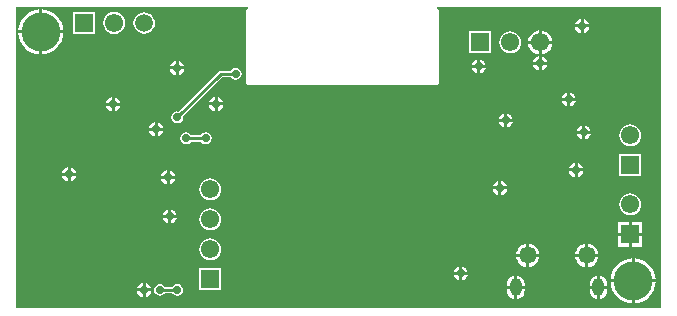
<source format=gbl>
G04*
G04 #@! TF.GenerationSoftware,Altium Limited,Altium Designer,19.1.6 (110)*
G04*
G04 Layer_Physical_Order=2*
G04 Layer_Color=16711680*
%FSLAX25Y25*%
%MOIN*%
G70*
G01*
G75*
%ADD13C,0.01000*%
%ADD56O,0.03937X0.05906*%
%ADD57C,0.05906*%
%ADD58C,0.06102*%
%ADD59R,0.06102X0.06102*%
%ADD60R,0.06102X0.06102*%
%ADD61C,0.05709*%
%ADD62C,0.02756*%
%ADD63C,0.12992*%
G36*
X534688Y270312D02*
X319812D01*
Y370688D01*
X397075D01*
X397126Y370209D01*
X396667Y370018D01*
X396477Y369559D01*
Y345543D01*
X396667Y345084D01*
X397126Y344894D01*
X460118D01*
X460577Y345084D01*
X460768Y345543D01*
Y369559D01*
X460577Y370018D01*
X460118Y370209D01*
X460169Y370688D01*
X534688D01*
Y270312D01*
D02*
G37*
%LPC*%
G36*
X509000Y366825D02*
Y365000D01*
X510825D01*
X510740Y365428D01*
X510214Y366214D01*
X509428Y366740D01*
X509000Y366825D01*
D02*
G37*
G36*
X508000D02*
X507572Y366740D01*
X506786Y366214D01*
X506260Y365428D01*
X506175Y365000D01*
X508000D01*
Y366825D01*
D02*
G37*
G36*
X328500Y369983D02*
Y363000D01*
X335483D01*
X335388Y363969D01*
X334959Y365383D01*
X334263Y366685D01*
X333326Y367826D01*
X332185Y368763D01*
X330883Y369459D01*
X329469Y369888D01*
X328500Y369983D01*
D02*
G37*
G36*
X327500D02*
X326531Y369888D01*
X325117Y369459D01*
X323815Y368763D01*
X322674Y367826D01*
X321737Y366685D01*
X321041Y365383D01*
X320612Y363969D01*
X320517Y363000D01*
X327500D01*
Y369983D01*
D02*
G37*
G36*
X510825Y364000D02*
X509000D01*
Y362175D01*
X509428Y362260D01*
X510214Y362786D01*
X510740Y363572D01*
X510825Y364000D01*
D02*
G37*
G36*
X508000D02*
X506175D01*
X506260Y363572D01*
X506786Y362786D01*
X507572Y362260D01*
X508000Y362175D01*
Y364000D01*
D02*
G37*
G36*
X362500Y369083D02*
X361573Y368961D01*
X360708Y368603D01*
X359966Y368034D01*
X359397Y367292D01*
X359039Y366427D01*
X358917Y365500D01*
X359039Y364573D01*
X359397Y363708D01*
X359966Y362966D01*
X360708Y362397D01*
X361573Y362039D01*
X362500Y361917D01*
X363427Y362039D01*
X364292Y362397D01*
X365034Y362966D01*
X365603Y363708D01*
X365961Y364573D01*
X366083Y365500D01*
X365961Y366427D01*
X365603Y367292D01*
X365034Y368034D01*
X364292Y368603D01*
X363427Y368961D01*
X362500Y369083D01*
D02*
G37*
G36*
X346151Y369151D02*
X338849D01*
Y361849D01*
X346151D01*
Y369151D01*
D02*
G37*
G36*
X352500Y369183D02*
X351547Y369057D01*
X350659Y368689D01*
X349896Y368104D01*
X349311Y367341D01*
X348943Y366453D01*
X348817Y365500D01*
X348943Y364547D01*
X349311Y363659D01*
X349896Y362896D01*
X350659Y362311D01*
X351547Y361943D01*
X352500Y361817D01*
X353453Y361943D01*
X354341Y362311D01*
X355104Y362896D01*
X355689Y363659D01*
X356057Y364547D01*
X356183Y365500D01*
X356057Y366453D01*
X355689Y367341D01*
X355104Y368104D01*
X354341Y368689D01*
X353453Y369057D01*
X352500Y369183D01*
D02*
G37*
G36*
X495000Y363020D02*
Y359500D01*
X498520D01*
X498447Y360058D01*
X498039Y361043D01*
X497389Y361889D01*
X496543Y362539D01*
X495558Y362947D01*
X495000Y363020D01*
D02*
G37*
G36*
X494000D02*
X493442Y362947D01*
X492457Y362539D01*
X491611Y361889D01*
X490961Y361043D01*
X490553Y360058D01*
X490480Y359500D01*
X494000D01*
Y363020D01*
D02*
G37*
G36*
X478151Y362651D02*
X470849D01*
Y355349D01*
X478151D01*
Y362651D01*
D02*
G37*
G36*
X484500Y362683D02*
X483547Y362557D01*
X482659Y362189D01*
X481896Y361604D01*
X481311Y360841D01*
X480943Y359953D01*
X480817Y359000D01*
X480943Y358047D01*
X481311Y357159D01*
X481896Y356396D01*
X482659Y355811D01*
X483547Y355443D01*
X484500Y355317D01*
X485453Y355443D01*
X486341Y355811D01*
X487104Y356396D01*
X487689Y357159D01*
X488057Y358047D01*
X488183Y359000D01*
X488057Y359953D01*
X487689Y360841D01*
X487104Y361604D01*
X486341Y362189D01*
X485453Y362557D01*
X484500Y362683D01*
D02*
G37*
G36*
X335483Y362000D02*
X328500D01*
Y355017D01*
X329469Y355112D01*
X330883Y355541D01*
X332185Y356237D01*
X333326Y357174D01*
X334263Y358315D01*
X334959Y359617D01*
X335388Y361031D01*
X335483Y362000D01*
D02*
G37*
G36*
X327500D02*
X320517D01*
X320612Y361031D01*
X321041Y359617D01*
X321737Y358315D01*
X322674Y357174D01*
X323815Y356237D01*
X325117Y355541D01*
X326531Y355112D01*
X327500Y355017D01*
Y362000D01*
D02*
G37*
G36*
X498520Y358500D02*
X495000D01*
Y354980D01*
X495558Y355053D01*
X496543Y355461D01*
X497389Y356111D01*
X498039Y356957D01*
X498447Y357942D01*
X498520Y358500D01*
D02*
G37*
G36*
X494000D02*
X490480D01*
X490553Y357942D01*
X490961Y356957D01*
X491611Y356111D01*
X492457Y355461D01*
X493442Y355053D01*
X494000Y354980D01*
Y358500D01*
D02*
G37*
G36*
X495000Y354325D02*
Y352500D01*
X496825D01*
X496740Y352928D01*
X496214Y353714D01*
X495428Y354240D01*
X495000Y354325D01*
D02*
G37*
G36*
X494000D02*
X493572Y354240D01*
X492786Y353714D01*
X492260Y352928D01*
X492175Y352500D01*
X494000D01*
Y354325D01*
D02*
G37*
G36*
X474500Y353325D02*
Y351500D01*
X476325D01*
X476240Y351928D01*
X475714Y352714D01*
X474928Y353240D01*
X474500Y353325D01*
D02*
G37*
G36*
X473500D02*
X473072Y353240D01*
X472286Y352714D01*
X471760Y351928D01*
X471675Y351500D01*
X473500D01*
Y353325D01*
D02*
G37*
G36*
X374000Y352825D02*
Y351000D01*
X375825D01*
X375740Y351428D01*
X375214Y352214D01*
X374428Y352740D01*
X374000Y352825D01*
D02*
G37*
G36*
X373000D02*
X372572Y352740D01*
X371786Y352214D01*
X371260Y351428D01*
X371175Y351000D01*
X373000D01*
Y352825D01*
D02*
G37*
G36*
X496825Y351500D02*
X495000D01*
Y349675D01*
X495428Y349760D01*
X496214Y350286D01*
X496740Y351072D01*
X496825Y351500D01*
D02*
G37*
G36*
X494000D02*
X492175D01*
X492260Y351072D01*
X492786Y350286D01*
X493572Y349760D01*
X494000Y349675D01*
Y351500D01*
D02*
G37*
G36*
X393000Y350517D02*
X392228Y350363D01*
X391574Y349926D01*
X391371Y349622D01*
X388000D01*
X388000Y349622D01*
X387571Y349536D01*
X387207Y349293D01*
X387207Y349293D01*
X373859Y335945D01*
X373500Y336017D01*
X372728Y335863D01*
X372074Y335426D01*
X371637Y334772D01*
X371483Y334000D01*
X371637Y333228D01*
X372074Y332574D01*
X372728Y332137D01*
X373500Y331983D01*
X374272Y332137D01*
X374926Y332574D01*
X375363Y333228D01*
X375517Y334000D01*
X375445Y334359D01*
X388465Y347378D01*
X391371D01*
X391574Y347074D01*
X392228Y346637D01*
X393000Y346483D01*
X393772Y346637D01*
X394426Y347074D01*
X394863Y347728D01*
X395017Y348500D01*
X394863Y349272D01*
X394426Y349926D01*
X393772Y350363D01*
X393000Y350517D01*
D02*
G37*
G36*
X476325Y350500D02*
X474500D01*
Y348675D01*
X474928Y348760D01*
X475714Y349286D01*
X476240Y350072D01*
X476325Y350500D01*
D02*
G37*
G36*
X473500D02*
X471675D01*
X471760Y350072D01*
X472286Y349286D01*
X473072Y348760D01*
X473500Y348675D01*
Y350500D01*
D02*
G37*
G36*
X375825Y350000D02*
X374000D01*
Y348175D01*
X374428Y348260D01*
X375214Y348786D01*
X375740Y349572D01*
X375825Y350000D01*
D02*
G37*
G36*
X373000D02*
X371175D01*
X371260Y349572D01*
X371786Y348786D01*
X372572Y348260D01*
X373000Y348175D01*
Y350000D01*
D02*
G37*
G36*
X504500Y342325D02*
Y340500D01*
X506325D01*
X506240Y340928D01*
X505714Y341714D01*
X504928Y342240D01*
X504500Y342325D01*
D02*
G37*
G36*
X503500D02*
X503072Y342240D01*
X502286Y341714D01*
X501760Y340928D01*
X501675Y340500D01*
X503500D01*
Y342325D01*
D02*
G37*
G36*
X387000Y340825D02*
Y339000D01*
X388825D01*
X388740Y339428D01*
X388214Y340214D01*
X387428Y340740D01*
X387000Y340825D01*
D02*
G37*
G36*
X386000D02*
X385572Y340740D01*
X384786Y340214D01*
X384260Y339428D01*
X384175Y339000D01*
X386000D01*
Y340825D01*
D02*
G37*
G36*
X352626Y340699D02*
Y338874D01*
X354451D01*
X354366Y339302D01*
X353840Y340089D01*
X353054Y340614D01*
X352626Y340699D01*
D02*
G37*
G36*
X351626D02*
X351198Y340614D01*
X350412Y340089D01*
X349886Y339302D01*
X349801Y338874D01*
X351626D01*
Y340699D01*
D02*
G37*
G36*
X506325Y339500D02*
X504500D01*
Y337675D01*
X504928Y337760D01*
X505714Y338286D01*
X506240Y339072D01*
X506325Y339500D01*
D02*
G37*
G36*
X503500D02*
X501675D01*
X501760Y339072D01*
X502286Y338286D01*
X503072Y337760D01*
X503500Y337675D01*
Y339500D01*
D02*
G37*
G36*
X388825Y338000D02*
X387000D01*
Y336175D01*
X387428Y336260D01*
X388214Y336786D01*
X388740Y337572D01*
X388825Y338000D01*
D02*
G37*
G36*
X386000D02*
X384175D01*
X384260Y337572D01*
X384786Y336786D01*
X385572Y336260D01*
X386000Y336175D01*
Y338000D01*
D02*
G37*
G36*
X354451Y337874D02*
X352626D01*
Y336049D01*
X353054Y336134D01*
X353840Y336660D01*
X354366Y337446D01*
X354451Y337874D01*
D02*
G37*
G36*
X351626D02*
X349801D01*
X349886Y337446D01*
X350412Y336660D01*
X351198Y336134D01*
X351626Y336049D01*
Y337874D01*
D02*
G37*
G36*
X483500Y335325D02*
Y333500D01*
X485325D01*
X485240Y333928D01*
X484714Y334714D01*
X483928Y335240D01*
X483500Y335325D01*
D02*
G37*
G36*
X482500D02*
X482072Y335240D01*
X481286Y334714D01*
X480760Y333928D01*
X480675Y333500D01*
X482500D01*
Y335325D01*
D02*
G37*
G36*
X485325Y332500D02*
X483500D01*
Y330675D01*
X483928Y330760D01*
X484714Y331286D01*
X485240Y332072D01*
X485325Y332500D01*
D02*
G37*
G36*
X482500D02*
X480675D01*
X480760Y332072D01*
X481286Y331286D01*
X482072Y330760D01*
X482500Y330675D01*
Y332500D01*
D02*
G37*
G36*
X367000Y332325D02*
Y330500D01*
X368825D01*
X368740Y330928D01*
X368214Y331714D01*
X367428Y332240D01*
X367000Y332325D01*
D02*
G37*
G36*
X366000D02*
X365572Y332240D01*
X364786Y331714D01*
X364260Y330928D01*
X364175Y330500D01*
X366000D01*
Y332325D01*
D02*
G37*
G36*
X509500Y331325D02*
Y329500D01*
X511325D01*
X511240Y329928D01*
X510714Y330714D01*
X509928Y331240D01*
X509500Y331325D01*
D02*
G37*
G36*
X508500D02*
X508072Y331240D01*
X507286Y330714D01*
X506760Y329928D01*
X506675Y329500D01*
X508500D01*
Y331325D01*
D02*
G37*
G36*
X383000Y329017D02*
X382228Y328863D01*
X381574Y328426D01*
X381370Y328121D01*
X378130D01*
X377926Y328426D01*
X377272Y328863D01*
X376500Y329017D01*
X375728Y328863D01*
X375074Y328426D01*
X374637Y327772D01*
X374483Y327000D01*
X374637Y326228D01*
X375074Y325574D01*
X375728Y325137D01*
X376500Y324983D01*
X377272Y325137D01*
X377926Y325574D01*
X378130Y325879D01*
X381370D01*
X381574Y325574D01*
X382228Y325137D01*
X383000Y324983D01*
X383772Y325137D01*
X384426Y325574D01*
X384863Y326228D01*
X385017Y327000D01*
X384863Y327772D01*
X384426Y328426D01*
X383772Y328863D01*
X383000Y329017D01*
D02*
G37*
G36*
X368825Y329500D02*
X367000D01*
Y327675D01*
X367428Y327760D01*
X368214Y328286D01*
X368740Y329072D01*
X368825Y329500D01*
D02*
G37*
G36*
X366000D02*
X364175D01*
X364260Y329072D01*
X364786Y328286D01*
X365572Y327760D01*
X366000Y327675D01*
Y329500D01*
D02*
G37*
G36*
X511325Y328500D02*
X509500D01*
Y326675D01*
X509928Y326760D01*
X510714Y327286D01*
X511240Y328072D01*
X511325Y328500D01*
D02*
G37*
G36*
X508500D02*
X506675D01*
X506760Y328072D01*
X507286Y327286D01*
X508072Y326760D01*
X508500Y326675D01*
Y328500D01*
D02*
G37*
G36*
X524500Y331683D02*
X523547Y331557D01*
X522659Y331189D01*
X521896Y330604D01*
X521311Y329841D01*
X520943Y328953D01*
X520817Y328000D01*
X520943Y327047D01*
X521311Y326159D01*
X521896Y325396D01*
X522659Y324811D01*
X523547Y324443D01*
X524500Y324317D01*
X525453Y324443D01*
X526341Y324811D01*
X527104Y325396D01*
X527689Y326159D01*
X528057Y327047D01*
X528183Y328000D01*
X528057Y328953D01*
X527689Y329841D01*
X527104Y330604D01*
X526341Y331189D01*
X525453Y331557D01*
X524500Y331683D01*
D02*
G37*
G36*
X507000Y318825D02*
Y317000D01*
X508825D01*
X508740Y317428D01*
X508214Y318214D01*
X507428Y318740D01*
X507000Y318825D01*
D02*
G37*
G36*
X506000D02*
X505572Y318740D01*
X504786Y318214D01*
X504260Y317428D01*
X504175Y317000D01*
X506000D01*
Y318825D01*
D02*
G37*
G36*
X338000Y317325D02*
Y315500D01*
X339825D01*
X339740Y315928D01*
X339214Y316714D01*
X338428Y317240D01*
X338000Y317325D01*
D02*
G37*
G36*
X337000D02*
X336572Y317240D01*
X335786Y316714D01*
X335260Y315928D01*
X335175Y315500D01*
X337000D01*
Y317325D01*
D02*
G37*
G36*
X371000Y316325D02*
Y314500D01*
X372825D01*
X372740Y314928D01*
X372214Y315714D01*
X371428Y316240D01*
X371000Y316325D01*
D02*
G37*
G36*
X370000D02*
X369572Y316240D01*
X368786Y315714D01*
X368260Y314928D01*
X368175Y314500D01*
X370000D01*
Y316325D01*
D02*
G37*
G36*
X528151Y321651D02*
X520849D01*
Y314349D01*
X528151D01*
Y321651D01*
D02*
G37*
G36*
X508825Y316000D02*
X507000D01*
Y314175D01*
X507428Y314260D01*
X508214Y314786D01*
X508740Y315572D01*
X508825Y316000D01*
D02*
G37*
G36*
X506000D02*
X504175D01*
X504260Y315572D01*
X504786Y314786D01*
X505572Y314260D01*
X506000Y314175D01*
Y316000D01*
D02*
G37*
G36*
X339825Y314500D02*
X338000D01*
Y312675D01*
X338428Y312760D01*
X339214Y313286D01*
X339740Y314072D01*
X339825Y314500D01*
D02*
G37*
G36*
X337000D02*
X335175D01*
X335260Y314072D01*
X335786Y313286D01*
X336572Y312760D01*
X337000Y312675D01*
Y314500D01*
D02*
G37*
G36*
X372825Y313500D02*
X371000D01*
Y311675D01*
X371428Y311760D01*
X372214Y312286D01*
X372740Y313072D01*
X372825Y313500D01*
D02*
G37*
G36*
X370000D02*
X368175D01*
X368260Y313072D01*
X368786Y312286D01*
X369572Y311760D01*
X370000Y311675D01*
Y313500D01*
D02*
G37*
G36*
X481566Y312825D02*
Y311000D01*
X483392D01*
X483307Y311428D01*
X482781Y312214D01*
X481994Y312740D01*
X481566Y312825D01*
D02*
G37*
G36*
X480567D02*
X480139Y312740D01*
X479352Y312214D01*
X478827Y311428D01*
X478742Y311000D01*
X480567D01*
Y312825D01*
D02*
G37*
G36*
X483392Y310000D02*
X481566D01*
Y308175D01*
X481994Y308260D01*
X482781Y308786D01*
X483307Y309572D01*
X483392Y310000D01*
D02*
G37*
G36*
X480567D02*
X478742D01*
X478827Y309572D01*
X479352Y308786D01*
X480139Y308260D01*
X480567Y308175D01*
Y310000D01*
D02*
G37*
G36*
X384500Y313683D02*
X383547Y313557D01*
X382659Y313189D01*
X381896Y312604D01*
X381311Y311841D01*
X380943Y310953D01*
X380817Y310000D01*
X380943Y309047D01*
X381311Y308159D01*
X381896Y307396D01*
X382659Y306811D01*
X383547Y306443D01*
X384500Y306317D01*
X385453Y306443D01*
X386341Y306811D01*
X387104Y307396D01*
X387689Y308159D01*
X388057Y309047D01*
X388183Y310000D01*
X388057Y310953D01*
X387689Y311841D01*
X387104Y312604D01*
X386341Y313189D01*
X385453Y313557D01*
X384500Y313683D01*
D02*
G37*
G36*
X371500Y303325D02*
Y301500D01*
X373325D01*
X373240Y301928D01*
X372714Y302714D01*
X371928Y303240D01*
X371500Y303325D01*
D02*
G37*
G36*
X370500D02*
X370072Y303240D01*
X369286Y302714D01*
X368760Y301928D01*
X368675Y301500D01*
X370500D01*
Y303325D01*
D02*
G37*
G36*
X524500Y308683D02*
X523547Y308557D01*
X522659Y308189D01*
X521896Y307604D01*
X521311Y306841D01*
X520943Y305953D01*
X520817Y305000D01*
X520943Y304047D01*
X521311Y303159D01*
X521896Y302396D01*
X522659Y301811D01*
X523547Y301443D01*
X524500Y301317D01*
X525453Y301443D01*
X526341Y301811D01*
X527104Y302396D01*
X527689Y303159D01*
X528057Y304047D01*
X528183Y305000D01*
X528057Y305953D01*
X527689Y306841D01*
X527104Y307604D01*
X526341Y308189D01*
X525453Y308557D01*
X524500Y308683D01*
D02*
G37*
G36*
X373325Y300500D02*
X371500D01*
Y298675D01*
X371928Y298760D01*
X372714Y299286D01*
X373240Y300072D01*
X373325Y300500D01*
D02*
G37*
G36*
X370500D02*
X368675D01*
X368760Y300072D01*
X369286Y299286D01*
X370072Y298760D01*
X370500Y298675D01*
Y300500D01*
D02*
G37*
G36*
X384500Y303683D02*
X383547Y303557D01*
X382659Y303189D01*
X381896Y302604D01*
X381311Y301841D01*
X380943Y300953D01*
X380817Y300000D01*
X380943Y299047D01*
X381311Y298159D01*
X381896Y297396D01*
X382659Y296811D01*
X383547Y296443D01*
X384500Y296317D01*
X385453Y296443D01*
X386341Y296811D01*
X387104Y297396D01*
X387689Y298159D01*
X388057Y299047D01*
X388183Y300000D01*
X388057Y300953D01*
X387689Y301841D01*
X387104Y302604D01*
X386341Y303189D01*
X385453Y303557D01*
X384500Y303683D01*
D02*
G37*
G36*
X528551Y299051D02*
X525000D01*
Y295500D01*
X528551D01*
Y299051D01*
D02*
G37*
G36*
X524000D02*
X520449D01*
Y295500D01*
X524000D01*
Y299051D01*
D02*
G37*
G36*
X528551Y294500D02*
X525000D01*
Y290949D01*
X528551D01*
Y294500D01*
D02*
G37*
G36*
X524000D02*
X520449D01*
Y290949D01*
X524000D01*
Y294500D01*
D02*
G37*
G36*
X510500Y291822D02*
Y288500D01*
X513822D01*
X513755Y289006D01*
X513367Y289944D01*
X512749Y290749D01*
X511944Y291367D01*
X511006Y291755D01*
X510500Y291822D01*
D02*
G37*
G36*
X490815D02*
Y288500D01*
X494137D01*
X494070Y289006D01*
X493682Y289944D01*
X493064Y290749D01*
X492259Y291367D01*
X491321Y291755D01*
X490815Y291822D01*
D02*
G37*
G36*
X509500D02*
X508994Y291755D01*
X508056Y291367D01*
X507251Y290749D01*
X506633Y289944D01*
X506245Y289006D01*
X506178Y288500D01*
X509500D01*
Y291822D01*
D02*
G37*
G36*
X489815D02*
X489309Y291755D01*
X488371Y291367D01*
X487566Y290749D01*
X486948Y289944D01*
X486560Y289006D01*
X486493Y288500D01*
X489815D01*
Y291822D01*
D02*
G37*
G36*
X384500Y293683D02*
X383547Y293557D01*
X382659Y293189D01*
X381896Y292604D01*
X381311Y291841D01*
X380943Y290953D01*
X380817Y290000D01*
X380943Y289047D01*
X381311Y288159D01*
X381896Y287396D01*
X382659Y286811D01*
X383547Y286443D01*
X384500Y286317D01*
X385453Y286443D01*
X386341Y286811D01*
X387104Y287396D01*
X387689Y288159D01*
X388057Y289047D01*
X388183Y290000D01*
X388057Y290953D01*
X387689Y291841D01*
X387104Y292604D01*
X386341Y293189D01*
X385453Y293557D01*
X384500Y293683D01*
D02*
G37*
G36*
X513822Y287500D02*
X510500D01*
Y284178D01*
X511006Y284245D01*
X511944Y284633D01*
X512749Y285251D01*
X513367Y286056D01*
X513755Y286994D01*
X513822Y287500D01*
D02*
G37*
G36*
X494137D02*
X490815D01*
Y284178D01*
X491321Y284245D01*
X492259Y284633D01*
X493064Y285251D01*
X493682Y286056D01*
X494070Y286994D01*
X494137Y287500D01*
D02*
G37*
G36*
X509500D02*
X506178D01*
X506245Y286994D01*
X506633Y286056D01*
X507251Y285251D01*
X508056Y284633D01*
X508994Y284245D01*
X509500Y284178D01*
Y287500D01*
D02*
G37*
G36*
X489815D02*
X486493D01*
X486560Y286994D01*
X486948Y286056D01*
X487566Y285251D01*
X488371Y284633D01*
X489309Y284245D01*
X489815Y284178D01*
Y287500D01*
D02*
G37*
G36*
X468500Y284325D02*
Y282500D01*
X470325D01*
X470240Y282928D01*
X469714Y283714D01*
X468928Y284240D01*
X468500Y284325D01*
D02*
G37*
G36*
X467500D02*
X467072Y284240D01*
X466286Y283714D01*
X465760Y282928D01*
X465675Y282500D01*
X467500D01*
Y284325D01*
D02*
G37*
G36*
X526000Y286983D02*
Y280000D01*
X532983D01*
X532888Y280970D01*
X532459Y282382D01*
X531763Y283685D01*
X530826Y284826D01*
X529685Y285763D01*
X528382Y286459D01*
X526969Y286888D01*
X526000Y286983D01*
D02*
G37*
G36*
X525000D02*
X524030Y286888D01*
X522617Y286459D01*
X521315Y285763D01*
X520174Y284826D01*
X519237Y283685D01*
X518541Y282382D01*
X518112Y280970D01*
X518017Y280000D01*
X525000D01*
Y286983D01*
D02*
G37*
G36*
X470325Y281500D02*
X468500D01*
Y279675D01*
X468928Y279760D01*
X469714Y280286D01*
X470240Y281072D01*
X470325Y281500D01*
D02*
G37*
G36*
X467500D02*
X465675D01*
X465760Y281072D01*
X466286Y280286D01*
X467072Y279760D01*
X467500Y279675D01*
Y281500D01*
D02*
G37*
G36*
X514437Y281283D02*
Y277870D01*
X516931D01*
Y278354D01*
X516829Y279129D01*
X516530Y279851D01*
X516054Y280471D01*
X515434Y280947D01*
X514712Y281246D01*
X514437Y281283D01*
D02*
G37*
G36*
X513437Y281283D02*
X513162Y281246D01*
X512440Y280947D01*
X511820Y280471D01*
X511344Y279851D01*
X511045Y279129D01*
X510943Y278354D01*
Y277870D01*
X513437D01*
Y281283D01*
D02*
G37*
G36*
X486878D02*
Y277870D01*
X489372D01*
Y278354D01*
X489270Y279129D01*
X488971Y279851D01*
X488495Y280471D01*
X487875Y280947D01*
X487153Y281246D01*
X486878Y281283D01*
D02*
G37*
G36*
X485878Y281283D02*
X485603Y281246D01*
X484881Y280947D01*
X484261Y280471D01*
X483785Y279851D01*
X483486Y279129D01*
X483384Y278354D01*
Y277870D01*
X485878D01*
Y281283D01*
D02*
G37*
G36*
X373500Y278517D02*
X372728Y278363D01*
X372074Y277926D01*
X371870Y277622D01*
X369379D01*
X369176Y277926D01*
X368522Y278363D01*
X367750Y278517D01*
X366978Y278363D01*
X366324Y277926D01*
X365887Y277272D01*
X365733Y276500D01*
X365887Y275728D01*
X366324Y275074D01*
X366978Y274637D01*
X367750Y274483D01*
X368522Y274637D01*
X369176Y275074D01*
X369379Y275378D01*
X371870D01*
X372074Y275074D01*
X372728Y274637D01*
X373500Y274483D01*
X374272Y274637D01*
X374926Y275074D01*
X375363Y275728D01*
X375517Y276500D01*
X375363Y277272D01*
X374926Y277926D01*
X374272Y278363D01*
X373500Y278517D01*
D02*
G37*
G36*
X363000Y278825D02*
Y277000D01*
X364825D01*
X364740Y277428D01*
X364214Y278214D01*
X363428Y278740D01*
X363000Y278825D01*
D02*
G37*
G36*
X362000D02*
X361572Y278740D01*
X360786Y278214D01*
X360260Y277428D01*
X360175Y277000D01*
X362000D01*
Y278825D01*
D02*
G37*
G36*
X388151Y283651D02*
X380849D01*
Y276349D01*
X388151D01*
Y283651D01*
D02*
G37*
G36*
X364825Y276000D02*
X363000D01*
Y274175D01*
X363428Y274260D01*
X364214Y274786D01*
X364740Y275572D01*
X364825Y276000D01*
D02*
G37*
G36*
X362000D02*
X360175D01*
X360260Y275572D01*
X360786Y274786D01*
X361572Y274260D01*
X362000Y274175D01*
Y276000D01*
D02*
G37*
G36*
X489372Y276870D02*
X486878D01*
Y273458D01*
X487153Y273494D01*
X487875Y273793D01*
X488495Y274269D01*
X488971Y274889D01*
X489270Y275611D01*
X489372Y276386D01*
Y276870D01*
D02*
G37*
G36*
X513437Y276870D02*
X510943D01*
Y276386D01*
X511045Y275611D01*
X511344Y274889D01*
X511820Y274269D01*
X512440Y273793D01*
X513162Y273494D01*
X513437Y273458D01*
Y276870D01*
D02*
G37*
G36*
X516931D02*
X514437D01*
Y273458D01*
X514712Y273494D01*
X515434Y273793D01*
X516054Y274269D01*
X516530Y274889D01*
X516829Y275611D01*
X516931Y276386D01*
Y276870D01*
D02*
G37*
G36*
X485878Y276870D02*
X483384D01*
Y276386D01*
X483486Y275611D01*
X483785Y274889D01*
X484261Y274269D01*
X484881Y273793D01*
X485603Y273494D01*
X485878Y273458D01*
Y276870D01*
D02*
G37*
G36*
X532983Y279000D02*
X526000D01*
Y272017D01*
X526969Y272112D01*
X528382Y272541D01*
X529685Y273237D01*
X530826Y274174D01*
X531763Y275315D01*
X532459Y276618D01*
X532888Y278030D01*
X532983Y279000D01*
D02*
G37*
G36*
X525000D02*
X518017D01*
X518112Y278030D01*
X518541Y276618D01*
X519237Y275315D01*
X520174Y274174D01*
X521315Y273237D01*
X522617Y272541D01*
X524030Y272112D01*
X525000Y272017D01*
Y279000D01*
D02*
G37*
%LPD*%
D13*
X388000Y348500D02*
X393000D01*
X373500Y334000D02*
X388000Y348500D01*
X376500Y327000D02*
X383000D01*
X367750Y276500D02*
X373500D01*
D56*
X513937Y277370D02*
D03*
X486378D02*
D03*
D57*
X362500Y365500D02*
D03*
D58*
X352500D02*
D03*
X524500Y328000D02*
D03*
Y305000D02*
D03*
X384500Y290000D02*
D03*
Y300000D02*
D03*
Y310000D02*
D03*
X494500Y359000D02*
D03*
X484500D02*
D03*
D59*
X342500Y365500D02*
D03*
X474500Y359000D02*
D03*
D60*
X524500Y318000D02*
D03*
Y295000D02*
D03*
X384500Y280000D02*
D03*
D61*
X510000Y288000D02*
D03*
X490315D02*
D03*
D62*
X393000Y348500D02*
D03*
X362500Y276500D02*
D03*
X376500Y327000D02*
D03*
X337500Y315000D02*
D03*
X366500Y330000D02*
D03*
X367750Y276500D02*
D03*
X373500D02*
D03*
X371000Y301000D02*
D03*
X352126Y338374D02*
D03*
X370500Y314000D02*
D03*
X481067Y310500D02*
D03*
X506500Y316500D02*
D03*
X509000Y329000D02*
D03*
X474000Y351000D02*
D03*
X468000Y282000D02*
D03*
X483000Y333000D02*
D03*
X373500Y350500D02*
D03*
Y334000D02*
D03*
X383000Y327000D02*
D03*
X386500Y338500D02*
D03*
X494500Y352000D02*
D03*
X508500Y364500D02*
D03*
X504000Y340000D02*
D03*
D63*
X525500Y279500D02*
D03*
X328000Y362500D02*
D03*
M02*

</source>
